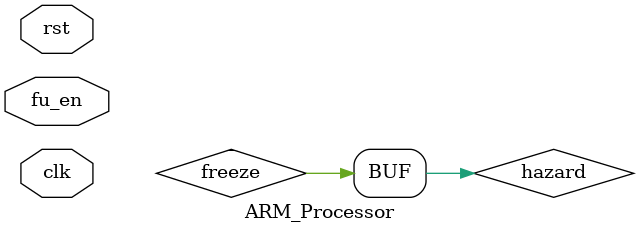
<source format=v>
module ARM_Processor(input clk, rst, fu_en);

  //IF interconnects
  wire freeze; //freeze --> hazard , branch comes from ID reg
  wire [31:0] branch_address, PC_if, Instruction_if; //branch address comes from exe part
  //IF reg
  wire flush; //assign to branch
  wire [31:0] PC_id, Instruction_id;
  //ID
  //wire [31:0] WB_val; //comes from WB stage
  //wire WB_WB_EN; //comes from WB
  //wire [3:0] WB_Dest; //comes from WB
  //**hazard signal
  //SR --> status register output
  wire WB_EN_id, MEM_R_EN_id, MEM_W_EN_id, Branch_id, S_id;
  wire [3:0] EXE_CMD_id;
  wire [31:0] Val_Rn_id, Val_Rm_id;
  wire imm_id;
  wire [11:0] Shift_operand_id;
  wire [23:0] Signed_imm_24_id; 
  wire [3:0] Dest_id, src1_id, src2_id;
  wire Two_src_id, move_id;
  //ID reg
  //**SRcin comes from status register --> SR[?] (assign)
  wire WB_EN_exe, MEM_R_EN_exe, MEM_W_EN_exe, Branch_if, S_sr;
  wire [3:0] EXE_CMD;
  wire [31:0] PC_exe, Val_Rn_exe, Val_Rm_exe;
  wire imm_exe;
  wire [3:0] status_exe_in;
  wire [11:0] Shift_operand_exe;
  wire [23:0] Signed_imm_24_exe;
  wire [3:0] Dest_exe;
  wire [3:0] src1_id_fu, src2_id_fu;
  //Exe
  wire [31:0] alu_result_exe, branch_address_if;
  wire [3:0] status_exe;
  wire [31:0] Val_Rm_exe_reg;
  //Exe Reg
  wire WB_EN_mem, MEM_R_EN_mem, MEM_W_EN_mem;
  wire [31:0] alu_result_mem, Val_Rm_mem;
  wire [3:0] Dest_mem;
  //MEM
  wire [31:0] mem_result_mem;
  //MEM Reg
  wire WB_EN_wb, MEM_R_EN_wb;
  wire [31:0] alu_result_wb, mem_result_wb;
  wire [3:0] Dest_wb;
  //WB
  wire WB_EN;
  wire [3:0] Dest;
  wire [31:0] WB_Value;
  //Status Reg
  wire [3:0] status_sr;
  //Hazard Unit
  wire hazard;
  //Forwarding Unit
  wire [1:0] Sel_src1, Sel_src2;
  //**********assign***********//
  assign freeze = hazard;
  assign flush = Branch_if;
  assign SR_cin = status_sr[1];
  assign SR_ov_in = status_sr[0];

  IF_stage IF(clk, rst, freeze, Branch_if, branch_address_if, PC_if, Instruction_if);

  IF_stage_reg IF_Reg(clk, rst, freeze, flush, PC_if, Instruction_if, PC_id, Instruction_id);

  ID_stage ID(clk, rst, Instruction_id, WB_Value, WB_EN, Dest, hazard, status_sr, 
	      WB_EN_id, MEM_R_EN_id, MEM_W_EN_id, Branch_id, S_id, EXE_CMD_id,
	      Val_Rn_id, Val_Rm_id, imm_id, Shift_operand_id, Signed_imm_24_id,
              Dest_id, src1_id, src2_id, Two_src_id, move_id);

  ID_stage_reg ID_Reg(clk, rst, flush, WB_EN_id, MEM_R_EN_id, MEM_W_EN_id, Branch_id,
                      S_id, EXE_CMD_id, PC_id, Val_Rn_id, Val_Rm_id, imm_id, status_sr,
                      Shift_operand_id, Signed_imm_24_id, Dest_id, src1_id, src2_id,
		      WB_EN_exe, MEM_R_EN_exe, MEM_W_EN_exe, Branch_if, S_sr, EXE_CMD,
		      PC_exe, Val_Rn_exe, Val_Rm_exe, imm_exe, status_exe_in, Shift_operand_exe,
	              Signed_imm_24_exe, Dest_exe, src1_id_fu, src2_id_fu);

  EXE_stage EXE(clk, EXE_CMD, MEM_R_EN_exe, MEM_W_EN_exe, PC_exe, Val_Rn_exe, Val_Rm_exe,
		imm_exe, status_exe_in, Shift_operand_exe, Signed_imm_24_exe, Sel_src1, Sel_src2,
		alu_result_mem, WB_Value, alu_result_exe, branch_address_if, status_exe, Val_Rm_exe_reg);

  EXE_stage_reg EXE_Reg(clk, rst, WB_EN_exe, MEM_R_EN_exe, MEM_W_EN_exe, alu_result_exe,
	                Val_Rm_exe_reg, Dest_exe, WB_EN_mem, MEM_R_EN_mem, MEM_W_EN_mem,
			alu_result_mem, Val_Rm_mem, Dest_mem);

  MEM_stage MEM(clk, MEM_R_EN_mem, MEM_W_EN_mem, alu_result_mem, Val_Rm_mem, mem_result_mem);

  MEM_stage_reg MEM_Reg(clk, rst, WB_EN_mem, MEM_R_EN_mem, alu_result_mem, mem_result_mem,
	                Dest_mem, WB_EN_wb, MEM_R_EN_wb, alu_result_wb, mem_result_wb, Dest_wb);

  WB_stage WB(alu_result_wb, mem_result_wb, MEM_R_EN_wb, WB_EN_wb, Dest_wb, WB_EN, Dest, WB_Value);

  status_register SR(clk, rst, S_sr, status_exe, status_sr);

  hazard_Detection_Unit HU(src1_id, src2_id, Dest_exe, WB_EN_exe, move_id, Dest_mem,
			   WB_EN_mem, Two_src_id, fu_en,MEM_R_EN_exe, hazard);

  Forwarding_unit FU(src1_id_fu, src2_id_fu, WB_EN_mem, WB_EN_wb, Dest_mem,
		     Dest_wb, fu_en, Sel_src1, Sel_src2);
  
endmodule
</source>
